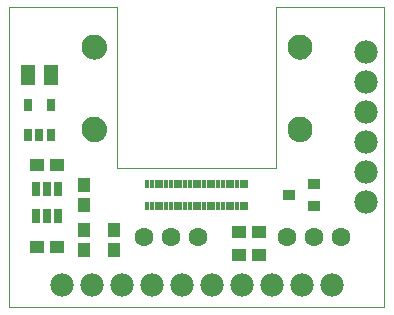
<source format=gts>
G75*
%MOIN*%
%OFA0B0*%
%FSLAX25Y25*%
%IPPOS*%
%LPD*%
%AMOC8*
5,1,8,0,0,1.08239X$1,22.5*
%
%ADD10C,0.00000*%
%ADD11C,0.08274*%
%ADD12R,0.04731X0.04337*%
%ADD13R,0.04337X0.04731*%
%ADD14R,0.04731X0.06699*%
%ADD15R,0.01266X0.02762*%
%ADD16R,0.03943X0.03550*%
%ADD17R,0.02762X0.05124*%
%ADD18R,0.02565X0.04337*%
%ADD19C,0.07800*%
%ADD20C,0.06306*%
D10*
X0001643Y0001500D02*
X0001643Y0101500D01*
X0037643Y0101500D01*
X0037643Y0048000D01*
X0090643Y0048000D01*
X0090643Y0101500D01*
X0126643Y0101500D01*
X0126643Y0001500D01*
X0001643Y0001500D01*
X0025956Y0060850D02*
X0025958Y0060975D01*
X0025964Y0061100D01*
X0025974Y0061224D01*
X0025988Y0061348D01*
X0026005Y0061472D01*
X0026027Y0061595D01*
X0026053Y0061717D01*
X0026082Y0061839D01*
X0026115Y0061959D01*
X0026153Y0062078D01*
X0026193Y0062197D01*
X0026238Y0062313D01*
X0026286Y0062428D01*
X0026338Y0062542D01*
X0026394Y0062654D01*
X0026453Y0062764D01*
X0026515Y0062872D01*
X0026581Y0062979D01*
X0026650Y0063083D01*
X0026723Y0063184D01*
X0026798Y0063284D01*
X0026877Y0063381D01*
X0026959Y0063475D01*
X0027044Y0063567D01*
X0027131Y0063656D01*
X0027222Y0063742D01*
X0027315Y0063825D01*
X0027411Y0063906D01*
X0027509Y0063983D01*
X0027609Y0064057D01*
X0027712Y0064128D01*
X0027817Y0064195D01*
X0027925Y0064260D01*
X0028034Y0064320D01*
X0028145Y0064378D01*
X0028258Y0064431D01*
X0028372Y0064481D01*
X0028488Y0064528D01*
X0028605Y0064570D01*
X0028724Y0064609D01*
X0028844Y0064645D01*
X0028965Y0064676D01*
X0029087Y0064704D01*
X0029209Y0064727D01*
X0029333Y0064747D01*
X0029457Y0064763D01*
X0029581Y0064775D01*
X0029706Y0064783D01*
X0029831Y0064787D01*
X0029955Y0064787D01*
X0030080Y0064783D01*
X0030205Y0064775D01*
X0030329Y0064763D01*
X0030453Y0064747D01*
X0030577Y0064727D01*
X0030699Y0064704D01*
X0030821Y0064676D01*
X0030942Y0064645D01*
X0031062Y0064609D01*
X0031181Y0064570D01*
X0031298Y0064528D01*
X0031414Y0064481D01*
X0031528Y0064431D01*
X0031641Y0064378D01*
X0031752Y0064320D01*
X0031862Y0064260D01*
X0031969Y0064195D01*
X0032074Y0064128D01*
X0032177Y0064057D01*
X0032277Y0063983D01*
X0032375Y0063906D01*
X0032471Y0063825D01*
X0032564Y0063742D01*
X0032655Y0063656D01*
X0032742Y0063567D01*
X0032827Y0063475D01*
X0032909Y0063381D01*
X0032988Y0063284D01*
X0033063Y0063184D01*
X0033136Y0063083D01*
X0033205Y0062979D01*
X0033271Y0062872D01*
X0033333Y0062764D01*
X0033392Y0062654D01*
X0033448Y0062542D01*
X0033500Y0062428D01*
X0033548Y0062313D01*
X0033593Y0062197D01*
X0033633Y0062078D01*
X0033671Y0061959D01*
X0033704Y0061839D01*
X0033733Y0061717D01*
X0033759Y0061595D01*
X0033781Y0061472D01*
X0033798Y0061348D01*
X0033812Y0061224D01*
X0033822Y0061100D01*
X0033828Y0060975D01*
X0033830Y0060850D01*
X0033828Y0060725D01*
X0033822Y0060600D01*
X0033812Y0060476D01*
X0033798Y0060352D01*
X0033781Y0060228D01*
X0033759Y0060105D01*
X0033733Y0059983D01*
X0033704Y0059861D01*
X0033671Y0059741D01*
X0033633Y0059622D01*
X0033593Y0059503D01*
X0033548Y0059387D01*
X0033500Y0059272D01*
X0033448Y0059158D01*
X0033392Y0059046D01*
X0033333Y0058936D01*
X0033271Y0058828D01*
X0033205Y0058721D01*
X0033136Y0058617D01*
X0033063Y0058516D01*
X0032988Y0058416D01*
X0032909Y0058319D01*
X0032827Y0058225D01*
X0032742Y0058133D01*
X0032655Y0058044D01*
X0032564Y0057958D01*
X0032471Y0057875D01*
X0032375Y0057794D01*
X0032277Y0057717D01*
X0032177Y0057643D01*
X0032074Y0057572D01*
X0031969Y0057505D01*
X0031861Y0057440D01*
X0031752Y0057380D01*
X0031641Y0057322D01*
X0031528Y0057269D01*
X0031414Y0057219D01*
X0031298Y0057172D01*
X0031181Y0057130D01*
X0031062Y0057091D01*
X0030942Y0057055D01*
X0030821Y0057024D01*
X0030699Y0056996D01*
X0030577Y0056973D01*
X0030453Y0056953D01*
X0030329Y0056937D01*
X0030205Y0056925D01*
X0030080Y0056917D01*
X0029955Y0056913D01*
X0029831Y0056913D01*
X0029706Y0056917D01*
X0029581Y0056925D01*
X0029457Y0056937D01*
X0029333Y0056953D01*
X0029209Y0056973D01*
X0029087Y0056996D01*
X0028965Y0057024D01*
X0028844Y0057055D01*
X0028724Y0057091D01*
X0028605Y0057130D01*
X0028488Y0057172D01*
X0028372Y0057219D01*
X0028258Y0057269D01*
X0028145Y0057322D01*
X0028034Y0057380D01*
X0027924Y0057440D01*
X0027817Y0057505D01*
X0027712Y0057572D01*
X0027609Y0057643D01*
X0027509Y0057717D01*
X0027411Y0057794D01*
X0027315Y0057875D01*
X0027222Y0057958D01*
X0027131Y0058044D01*
X0027044Y0058133D01*
X0026959Y0058225D01*
X0026877Y0058319D01*
X0026798Y0058416D01*
X0026723Y0058516D01*
X0026650Y0058617D01*
X0026581Y0058721D01*
X0026515Y0058828D01*
X0026453Y0058936D01*
X0026394Y0059046D01*
X0026338Y0059158D01*
X0026286Y0059272D01*
X0026238Y0059387D01*
X0026193Y0059503D01*
X0026153Y0059622D01*
X0026115Y0059741D01*
X0026082Y0059861D01*
X0026053Y0059983D01*
X0026027Y0060105D01*
X0026005Y0060228D01*
X0025988Y0060352D01*
X0025974Y0060476D01*
X0025964Y0060600D01*
X0025958Y0060725D01*
X0025956Y0060850D01*
X0025956Y0088410D02*
X0025958Y0088535D01*
X0025964Y0088660D01*
X0025974Y0088784D01*
X0025988Y0088908D01*
X0026005Y0089032D01*
X0026027Y0089155D01*
X0026053Y0089277D01*
X0026082Y0089399D01*
X0026115Y0089519D01*
X0026153Y0089638D01*
X0026193Y0089757D01*
X0026238Y0089873D01*
X0026286Y0089988D01*
X0026338Y0090102D01*
X0026394Y0090214D01*
X0026453Y0090324D01*
X0026515Y0090432D01*
X0026581Y0090539D01*
X0026650Y0090643D01*
X0026723Y0090744D01*
X0026798Y0090844D01*
X0026877Y0090941D01*
X0026959Y0091035D01*
X0027044Y0091127D01*
X0027131Y0091216D01*
X0027222Y0091302D01*
X0027315Y0091385D01*
X0027411Y0091466D01*
X0027509Y0091543D01*
X0027609Y0091617D01*
X0027712Y0091688D01*
X0027817Y0091755D01*
X0027925Y0091820D01*
X0028034Y0091880D01*
X0028145Y0091938D01*
X0028258Y0091991D01*
X0028372Y0092041D01*
X0028488Y0092088D01*
X0028605Y0092130D01*
X0028724Y0092169D01*
X0028844Y0092205D01*
X0028965Y0092236D01*
X0029087Y0092264D01*
X0029209Y0092287D01*
X0029333Y0092307D01*
X0029457Y0092323D01*
X0029581Y0092335D01*
X0029706Y0092343D01*
X0029831Y0092347D01*
X0029955Y0092347D01*
X0030080Y0092343D01*
X0030205Y0092335D01*
X0030329Y0092323D01*
X0030453Y0092307D01*
X0030577Y0092287D01*
X0030699Y0092264D01*
X0030821Y0092236D01*
X0030942Y0092205D01*
X0031062Y0092169D01*
X0031181Y0092130D01*
X0031298Y0092088D01*
X0031414Y0092041D01*
X0031528Y0091991D01*
X0031641Y0091938D01*
X0031752Y0091880D01*
X0031862Y0091820D01*
X0031969Y0091755D01*
X0032074Y0091688D01*
X0032177Y0091617D01*
X0032277Y0091543D01*
X0032375Y0091466D01*
X0032471Y0091385D01*
X0032564Y0091302D01*
X0032655Y0091216D01*
X0032742Y0091127D01*
X0032827Y0091035D01*
X0032909Y0090941D01*
X0032988Y0090844D01*
X0033063Y0090744D01*
X0033136Y0090643D01*
X0033205Y0090539D01*
X0033271Y0090432D01*
X0033333Y0090324D01*
X0033392Y0090214D01*
X0033448Y0090102D01*
X0033500Y0089988D01*
X0033548Y0089873D01*
X0033593Y0089757D01*
X0033633Y0089638D01*
X0033671Y0089519D01*
X0033704Y0089399D01*
X0033733Y0089277D01*
X0033759Y0089155D01*
X0033781Y0089032D01*
X0033798Y0088908D01*
X0033812Y0088784D01*
X0033822Y0088660D01*
X0033828Y0088535D01*
X0033830Y0088410D01*
X0033828Y0088285D01*
X0033822Y0088160D01*
X0033812Y0088036D01*
X0033798Y0087912D01*
X0033781Y0087788D01*
X0033759Y0087665D01*
X0033733Y0087543D01*
X0033704Y0087421D01*
X0033671Y0087301D01*
X0033633Y0087182D01*
X0033593Y0087063D01*
X0033548Y0086947D01*
X0033500Y0086832D01*
X0033448Y0086718D01*
X0033392Y0086606D01*
X0033333Y0086496D01*
X0033271Y0086388D01*
X0033205Y0086281D01*
X0033136Y0086177D01*
X0033063Y0086076D01*
X0032988Y0085976D01*
X0032909Y0085879D01*
X0032827Y0085785D01*
X0032742Y0085693D01*
X0032655Y0085604D01*
X0032564Y0085518D01*
X0032471Y0085435D01*
X0032375Y0085354D01*
X0032277Y0085277D01*
X0032177Y0085203D01*
X0032074Y0085132D01*
X0031969Y0085065D01*
X0031861Y0085000D01*
X0031752Y0084940D01*
X0031641Y0084882D01*
X0031528Y0084829D01*
X0031414Y0084779D01*
X0031298Y0084732D01*
X0031181Y0084690D01*
X0031062Y0084651D01*
X0030942Y0084615D01*
X0030821Y0084584D01*
X0030699Y0084556D01*
X0030577Y0084533D01*
X0030453Y0084513D01*
X0030329Y0084497D01*
X0030205Y0084485D01*
X0030080Y0084477D01*
X0029955Y0084473D01*
X0029831Y0084473D01*
X0029706Y0084477D01*
X0029581Y0084485D01*
X0029457Y0084497D01*
X0029333Y0084513D01*
X0029209Y0084533D01*
X0029087Y0084556D01*
X0028965Y0084584D01*
X0028844Y0084615D01*
X0028724Y0084651D01*
X0028605Y0084690D01*
X0028488Y0084732D01*
X0028372Y0084779D01*
X0028258Y0084829D01*
X0028145Y0084882D01*
X0028034Y0084940D01*
X0027924Y0085000D01*
X0027817Y0085065D01*
X0027712Y0085132D01*
X0027609Y0085203D01*
X0027509Y0085277D01*
X0027411Y0085354D01*
X0027315Y0085435D01*
X0027222Y0085518D01*
X0027131Y0085604D01*
X0027044Y0085693D01*
X0026959Y0085785D01*
X0026877Y0085879D01*
X0026798Y0085976D01*
X0026723Y0086076D01*
X0026650Y0086177D01*
X0026581Y0086281D01*
X0026515Y0086388D01*
X0026453Y0086496D01*
X0026394Y0086606D01*
X0026338Y0086718D01*
X0026286Y0086832D01*
X0026238Y0086947D01*
X0026193Y0087063D01*
X0026153Y0087182D01*
X0026115Y0087301D01*
X0026082Y0087421D01*
X0026053Y0087543D01*
X0026027Y0087665D01*
X0026005Y0087788D01*
X0025988Y0087912D01*
X0025974Y0088036D01*
X0025964Y0088160D01*
X0025958Y0088285D01*
X0025956Y0088410D01*
X0094456Y0088410D02*
X0094458Y0088535D01*
X0094464Y0088660D01*
X0094474Y0088784D01*
X0094488Y0088908D01*
X0094505Y0089032D01*
X0094527Y0089155D01*
X0094553Y0089277D01*
X0094582Y0089399D01*
X0094615Y0089519D01*
X0094653Y0089638D01*
X0094693Y0089757D01*
X0094738Y0089873D01*
X0094786Y0089988D01*
X0094838Y0090102D01*
X0094894Y0090214D01*
X0094953Y0090324D01*
X0095015Y0090432D01*
X0095081Y0090539D01*
X0095150Y0090643D01*
X0095223Y0090744D01*
X0095298Y0090844D01*
X0095377Y0090941D01*
X0095459Y0091035D01*
X0095544Y0091127D01*
X0095631Y0091216D01*
X0095722Y0091302D01*
X0095815Y0091385D01*
X0095911Y0091466D01*
X0096009Y0091543D01*
X0096109Y0091617D01*
X0096212Y0091688D01*
X0096317Y0091755D01*
X0096425Y0091820D01*
X0096534Y0091880D01*
X0096645Y0091938D01*
X0096758Y0091991D01*
X0096872Y0092041D01*
X0096988Y0092088D01*
X0097105Y0092130D01*
X0097224Y0092169D01*
X0097344Y0092205D01*
X0097465Y0092236D01*
X0097587Y0092264D01*
X0097709Y0092287D01*
X0097833Y0092307D01*
X0097957Y0092323D01*
X0098081Y0092335D01*
X0098206Y0092343D01*
X0098331Y0092347D01*
X0098455Y0092347D01*
X0098580Y0092343D01*
X0098705Y0092335D01*
X0098829Y0092323D01*
X0098953Y0092307D01*
X0099077Y0092287D01*
X0099199Y0092264D01*
X0099321Y0092236D01*
X0099442Y0092205D01*
X0099562Y0092169D01*
X0099681Y0092130D01*
X0099798Y0092088D01*
X0099914Y0092041D01*
X0100028Y0091991D01*
X0100141Y0091938D01*
X0100252Y0091880D01*
X0100362Y0091820D01*
X0100469Y0091755D01*
X0100574Y0091688D01*
X0100677Y0091617D01*
X0100777Y0091543D01*
X0100875Y0091466D01*
X0100971Y0091385D01*
X0101064Y0091302D01*
X0101155Y0091216D01*
X0101242Y0091127D01*
X0101327Y0091035D01*
X0101409Y0090941D01*
X0101488Y0090844D01*
X0101563Y0090744D01*
X0101636Y0090643D01*
X0101705Y0090539D01*
X0101771Y0090432D01*
X0101833Y0090324D01*
X0101892Y0090214D01*
X0101948Y0090102D01*
X0102000Y0089988D01*
X0102048Y0089873D01*
X0102093Y0089757D01*
X0102133Y0089638D01*
X0102171Y0089519D01*
X0102204Y0089399D01*
X0102233Y0089277D01*
X0102259Y0089155D01*
X0102281Y0089032D01*
X0102298Y0088908D01*
X0102312Y0088784D01*
X0102322Y0088660D01*
X0102328Y0088535D01*
X0102330Y0088410D01*
X0102328Y0088285D01*
X0102322Y0088160D01*
X0102312Y0088036D01*
X0102298Y0087912D01*
X0102281Y0087788D01*
X0102259Y0087665D01*
X0102233Y0087543D01*
X0102204Y0087421D01*
X0102171Y0087301D01*
X0102133Y0087182D01*
X0102093Y0087063D01*
X0102048Y0086947D01*
X0102000Y0086832D01*
X0101948Y0086718D01*
X0101892Y0086606D01*
X0101833Y0086496D01*
X0101771Y0086388D01*
X0101705Y0086281D01*
X0101636Y0086177D01*
X0101563Y0086076D01*
X0101488Y0085976D01*
X0101409Y0085879D01*
X0101327Y0085785D01*
X0101242Y0085693D01*
X0101155Y0085604D01*
X0101064Y0085518D01*
X0100971Y0085435D01*
X0100875Y0085354D01*
X0100777Y0085277D01*
X0100677Y0085203D01*
X0100574Y0085132D01*
X0100469Y0085065D01*
X0100361Y0085000D01*
X0100252Y0084940D01*
X0100141Y0084882D01*
X0100028Y0084829D01*
X0099914Y0084779D01*
X0099798Y0084732D01*
X0099681Y0084690D01*
X0099562Y0084651D01*
X0099442Y0084615D01*
X0099321Y0084584D01*
X0099199Y0084556D01*
X0099077Y0084533D01*
X0098953Y0084513D01*
X0098829Y0084497D01*
X0098705Y0084485D01*
X0098580Y0084477D01*
X0098455Y0084473D01*
X0098331Y0084473D01*
X0098206Y0084477D01*
X0098081Y0084485D01*
X0097957Y0084497D01*
X0097833Y0084513D01*
X0097709Y0084533D01*
X0097587Y0084556D01*
X0097465Y0084584D01*
X0097344Y0084615D01*
X0097224Y0084651D01*
X0097105Y0084690D01*
X0096988Y0084732D01*
X0096872Y0084779D01*
X0096758Y0084829D01*
X0096645Y0084882D01*
X0096534Y0084940D01*
X0096424Y0085000D01*
X0096317Y0085065D01*
X0096212Y0085132D01*
X0096109Y0085203D01*
X0096009Y0085277D01*
X0095911Y0085354D01*
X0095815Y0085435D01*
X0095722Y0085518D01*
X0095631Y0085604D01*
X0095544Y0085693D01*
X0095459Y0085785D01*
X0095377Y0085879D01*
X0095298Y0085976D01*
X0095223Y0086076D01*
X0095150Y0086177D01*
X0095081Y0086281D01*
X0095015Y0086388D01*
X0094953Y0086496D01*
X0094894Y0086606D01*
X0094838Y0086718D01*
X0094786Y0086832D01*
X0094738Y0086947D01*
X0094693Y0087063D01*
X0094653Y0087182D01*
X0094615Y0087301D01*
X0094582Y0087421D01*
X0094553Y0087543D01*
X0094527Y0087665D01*
X0094505Y0087788D01*
X0094488Y0087912D01*
X0094474Y0088036D01*
X0094464Y0088160D01*
X0094458Y0088285D01*
X0094456Y0088410D01*
X0094456Y0060850D02*
X0094458Y0060975D01*
X0094464Y0061100D01*
X0094474Y0061224D01*
X0094488Y0061348D01*
X0094505Y0061472D01*
X0094527Y0061595D01*
X0094553Y0061717D01*
X0094582Y0061839D01*
X0094615Y0061959D01*
X0094653Y0062078D01*
X0094693Y0062197D01*
X0094738Y0062313D01*
X0094786Y0062428D01*
X0094838Y0062542D01*
X0094894Y0062654D01*
X0094953Y0062764D01*
X0095015Y0062872D01*
X0095081Y0062979D01*
X0095150Y0063083D01*
X0095223Y0063184D01*
X0095298Y0063284D01*
X0095377Y0063381D01*
X0095459Y0063475D01*
X0095544Y0063567D01*
X0095631Y0063656D01*
X0095722Y0063742D01*
X0095815Y0063825D01*
X0095911Y0063906D01*
X0096009Y0063983D01*
X0096109Y0064057D01*
X0096212Y0064128D01*
X0096317Y0064195D01*
X0096425Y0064260D01*
X0096534Y0064320D01*
X0096645Y0064378D01*
X0096758Y0064431D01*
X0096872Y0064481D01*
X0096988Y0064528D01*
X0097105Y0064570D01*
X0097224Y0064609D01*
X0097344Y0064645D01*
X0097465Y0064676D01*
X0097587Y0064704D01*
X0097709Y0064727D01*
X0097833Y0064747D01*
X0097957Y0064763D01*
X0098081Y0064775D01*
X0098206Y0064783D01*
X0098331Y0064787D01*
X0098455Y0064787D01*
X0098580Y0064783D01*
X0098705Y0064775D01*
X0098829Y0064763D01*
X0098953Y0064747D01*
X0099077Y0064727D01*
X0099199Y0064704D01*
X0099321Y0064676D01*
X0099442Y0064645D01*
X0099562Y0064609D01*
X0099681Y0064570D01*
X0099798Y0064528D01*
X0099914Y0064481D01*
X0100028Y0064431D01*
X0100141Y0064378D01*
X0100252Y0064320D01*
X0100362Y0064260D01*
X0100469Y0064195D01*
X0100574Y0064128D01*
X0100677Y0064057D01*
X0100777Y0063983D01*
X0100875Y0063906D01*
X0100971Y0063825D01*
X0101064Y0063742D01*
X0101155Y0063656D01*
X0101242Y0063567D01*
X0101327Y0063475D01*
X0101409Y0063381D01*
X0101488Y0063284D01*
X0101563Y0063184D01*
X0101636Y0063083D01*
X0101705Y0062979D01*
X0101771Y0062872D01*
X0101833Y0062764D01*
X0101892Y0062654D01*
X0101948Y0062542D01*
X0102000Y0062428D01*
X0102048Y0062313D01*
X0102093Y0062197D01*
X0102133Y0062078D01*
X0102171Y0061959D01*
X0102204Y0061839D01*
X0102233Y0061717D01*
X0102259Y0061595D01*
X0102281Y0061472D01*
X0102298Y0061348D01*
X0102312Y0061224D01*
X0102322Y0061100D01*
X0102328Y0060975D01*
X0102330Y0060850D01*
X0102328Y0060725D01*
X0102322Y0060600D01*
X0102312Y0060476D01*
X0102298Y0060352D01*
X0102281Y0060228D01*
X0102259Y0060105D01*
X0102233Y0059983D01*
X0102204Y0059861D01*
X0102171Y0059741D01*
X0102133Y0059622D01*
X0102093Y0059503D01*
X0102048Y0059387D01*
X0102000Y0059272D01*
X0101948Y0059158D01*
X0101892Y0059046D01*
X0101833Y0058936D01*
X0101771Y0058828D01*
X0101705Y0058721D01*
X0101636Y0058617D01*
X0101563Y0058516D01*
X0101488Y0058416D01*
X0101409Y0058319D01*
X0101327Y0058225D01*
X0101242Y0058133D01*
X0101155Y0058044D01*
X0101064Y0057958D01*
X0100971Y0057875D01*
X0100875Y0057794D01*
X0100777Y0057717D01*
X0100677Y0057643D01*
X0100574Y0057572D01*
X0100469Y0057505D01*
X0100361Y0057440D01*
X0100252Y0057380D01*
X0100141Y0057322D01*
X0100028Y0057269D01*
X0099914Y0057219D01*
X0099798Y0057172D01*
X0099681Y0057130D01*
X0099562Y0057091D01*
X0099442Y0057055D01*
X0099321Y0057024D01*
X0099199Y0056996D01*
X0099077Y0056973D01*
X0098953Y0056953D01*
X0098829Y0056937D01*
X0098705Y0056925D01*
X0098580Y0056917D01*
X0098455Y0056913D01*
X0098331Y0056913D01*
X0098206Y0056917D01*
X0098081Y0056925D01*
X0097957Y0056937D01*
X0097833Y0056953D01*
X0097709Y0056973D01*
X0097587Y0056996D01*
X0097465Y0057024D01*
X0097344Y0057055D01*
X0097224Y0057091D01*
X0097105Y0057130D01*
X0096988Y0057172D01*
X0096872Y0057219D01*
X0096758Y0057269D01*
X0096645Y0057322D01*
X0096534Y0057380D01*
X0096424Y0057440D01*
X0096317Y0057505D01*
X0096212Y0057572D01*
X0096109Y0057643D01*
X0096009Y0057717D01*
X0095911Y0057794D01*
X0095815Y0057875D01*
X0095722Y0057958D01*
X0095631Y0058044D01*
X0095544Y0058133D01*
X0095459Y0058225D01*
X0095377Y0058319D01*
X0095298Y0058416D01*
X0095223Y0058516D01*
X0095150Y0058617D01*
X0095081Y0058721D01*
X0095015Y0058828D01*
X0094953Y0058936D01*
X0094894Y0059046D01*
X0094838Y0059158D01*
X0094786Y0059272D01*
X0094738Y0059387D01*
X0094693Y0059503D01*
X0094653Y0059622D01*
X0094615Y0059741D01*
X0094582Y0059861D01*
X0094553Y0059983D01*
X0094527Y0060105D01*
X0094505Y0060228D01*
X0094488Y0060352D01*
X0094474Y0060476D01*
X0094464Y0060600D01*
X0094458Y0060725D01*
X0094456Y0060850D01*
D11*
X0098393Y0060850D03*
X0098393Y0088410D03*
X0029893Y0088410D03*
X0029893Y0060850D03*
D12*
X0017490Y0049000D03*
X0010797Y0049000D03*
X0010797Y0021500D03*
X0017490Y0021500D03*
X0078297Y0019000D03*
X0084990Y0019000D03*
X0084990Y0026500D03*
X0078297Y0026500D03*
D13*
X0036643Y0027346D03*
X0036643Y0020654D03*
X0026643Y0020654D03*
X0026643Y0027346D03*
X0026643Y0035654D03*
X0026643Y0042346D03*
D14*
X0015580Y0079000D03*
X0007706Y0079000D03*
D15*
X0047608Y0042740D03*
X0049183Y0042740D03*
X0050757Y0042740D03*
X0052332Y0042740D03*
X0053907Y0042740D03*
X0055482Y0042740D03*
X0057057Y0042740D03*
X0058631Y0042740D03*
X0060206Y0042740D03*
X0061781Y0042740D03*
X0063356Y0042740D03*
X0064931Y0042740D03*
X0066505Y0042740D03*
X0068080Y0042740D03*
X0069655Y0042740D03*
X0071230Y0042740D03*
X0072805Y0042740D03*
X0074380Y0042740D03*
X0075954Y0042740D03*
X0077529Y0042740D03*
X0079104Y0042740D03*
X0080679Y0042740D03*
X0080679Y0035260D03*
X0079104Y0035260D03*
X0077529Y0035260D03*
X0075954Y0035260D03*
X0074380Y0035260D03*
X0072805Y0035260D03*
X0071230Y0035260D03*
X0069655Y0035260D03*
X0068080Y0035260D03*
X0066505Y0035260D03*
X0064931Y0035260D03*
X0063356Y0035260D03*
X0061781Y0035260D03*
X0060206Y0035260D03*
X0058631Y0035260D03*
X0057057Y0035260D03*
X0055482Y0035260D03*
X0053907Y0035260D03*
X0052332Y0035260D03*
X0050757Y0035260D03*
X0049183Y0035260D03*
X0047608Y0035260D03*
D16*
X0094813Y0039000D03*
X0103080Y0035260D03*
X0103080Y0042740D03*
D17*
X0017883Y0041028D03*
X0014143Y0041028D03*
X0010403Y0041028D03*
X0010403Y0031972D03*
X0014143Y0031972D03*
X0017883Y0031972D03*
D18*
X0015383Y0058882D03*
X0011643Y0058882D03*
X0007903Y0058882D03*
X0007903Y0069118D03*
X0015383Y0069118D03*
D19*
X0019143Y0009000D03*
X0029143Y0009000D03*
X0039143Y0009000D03*
X0049143Y0009000D03*
X0059143Y0009000D03*
X0069143Y0009000D03*
X0079143Y0009000D03*
X0089143Y0009000D03*
X0099143Y0009000D03*
X0109143Y0009000D03*
X0120393Y0036500D03*
X0120393Y0046500D03*
X0120393Y0056500D03*
X0120393Y0066500D03*
X0120393Y0076500D03*
X0120393Y0086500D03*
D20*
X0112143Y0025000D03*
X0103143Y0025000D03*
X0094143Y0025000D03*
X0064643Y0025000D03*
X0055643Y0025000D03*
X0046643Y0025000D03*
M02*

</source>
